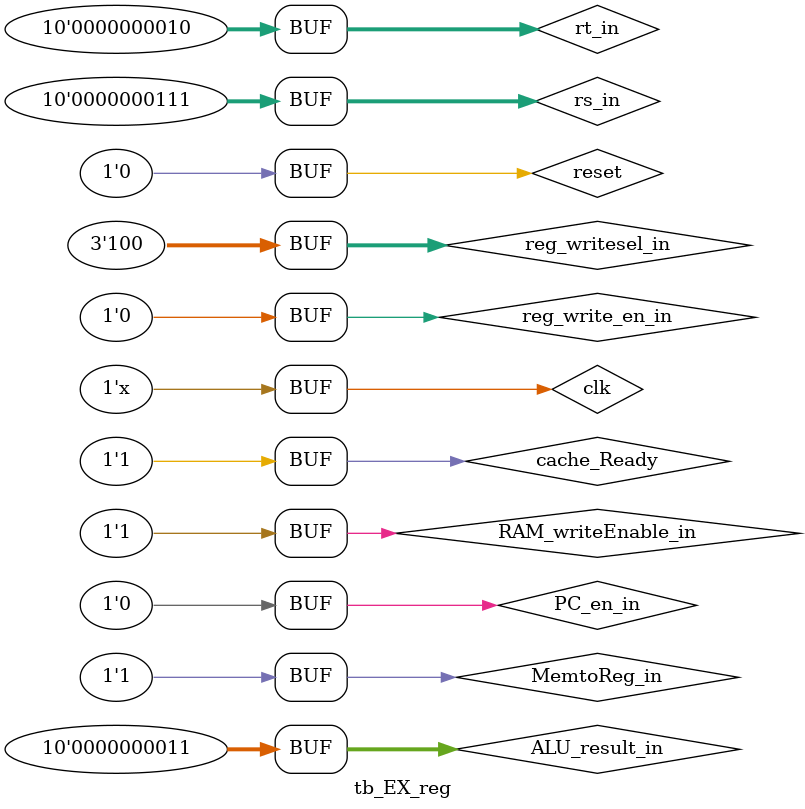
<source format=v>
module EX_reg(
    output reg [9:0] rs_out, rt_out, ALU_result_out,
    
    //Control Unit Outputs 
     output reg [2:0] reg_writesel_out,
     output reg reg_write_en_out, RAM_writeEnable_out, MemtoReg_out, PC_en_out,
     
     //Inputs
     input wire clk, reset, cache_Ready, PC_en_in,
     input wire [9:0] rs_in, rt_in, ALU_result_in,
     
     //Control Unit Inputs 
     input wire [2:0] reg_writesel_in,
     input wire reg_write_en_in, RAM_writeEnable_in, MemtoReg_in
     );

 always @(negedge clk) begin //triggered by clock rising edge
     if (reset == 1'b1) begin
        rs_out <= 10'b0000000000; 
        rt_out <= 10'b0000000000;
        ALU_result_out <= 10'b0000000000; 
        reg_writesel_out <= 3'b0;
        reg_write_en_out <= 1'b0;
        RAM_writeEnable_out <= 1'b0;
        MemtoReg_out <= 1'b0;
        PC_en_out <= 1'b1;
     end
     
     else if(cache_Ready==1'b1) begin
        rs_out <= rs_in; 
        rt_out <= rt_in;
        ALU_result_out <= ALU_result_in; 
        reg_writesel_out <= reg_writesel_in;
        reg_write_en_out <= reg_write_en_in;
        RAM_writeEnable_out <= RAM_writeEnable_in;
        MemtoReg_out <= MemtoReg_in;
        PC_en_out <= PC_en_in;
     end
  end
endmodule

module tb_EX_reg();
      wire [9:0] rs_out, rt_out, ALU_result_out;
      
    //Control Unit Outputs 
      wire [2:0] reg_writesel_out;
      wire reg_write_en_out, RAM_writeEnable_out, MemtoReg_out, PC_en_out;
      
     //Inputs
      reg clk, reset, cache_Ready, PC_en_in;
      reg [9:0] rs_in, rt_in, ALU_result_in;
      
     //Control Unit Inputs 
      reg [2:0] reg_writesel_in;
      reg reg_write_en_in, RAM_writeEnable_in, MemtoReg_in;
    
     EX_reg SUT(.rs_out(rs_out), .rt_out(rt_out), .ALU_result_out(ALU_result_out), .reg_writesel_out(reg_writesel_out),
     .reg_write_en_out(reg_write_en_out), .RAM_writeEnable_out(RAM_writeEnable_out), 
     .MemtoReg_out(MemtoReg_out), .PC_en_out(PC_en_out), .clk(clk), .reset(reset), .cache_Ready(cache_Ready), .PC_en_in(PC_en_out),
     .rs_in(rs_in), .rt_in(rt_in), .ALU_result_in(ALU_result_in), .reg_writesel_in(reg_writesel_in), .reg_write_en_in(reg_write_en_in),
     .RAM_writeEnable_in(RAM_writeEnable_in), .MemtoReg_in(MemtoReg_in)); 
    
     parameter PERIOD = 10;
    
     initial clk = 1'b0; //clock starts on 0
     always #(PERIOD/2) clk = ~clk;
    
     initial begin
         reset = 1'b1;                                               #PERIOD; //test reset
         reset = 1'b0;
         ALU_result_in=10'b0000000001;
         rs_in = 10'b01; rt_in = 10'b1;
         reg_writesel_in = 3'b010;
         reg_write_en_in = 1'b1; RAM_writeEnable_in = 1'b0; 
         MemtoReg_in = 1'b0;
         PC_en_in = 1'b1;
         cache_Ready=1'b0;
         #PERIOD;
         
         cache_Ready=1'b1;
         ALU_result_in=10'b0000000011;
         PC_en_in=1'b0;
         rs_in = 10'b111; rt_in = 10'b10;
         reg_writesel_in = 3'b100;
         reg_write_en_in = 1'b0; RAM_writeEnable_in = 1'b1; 
         MemtoReg_in = 1'b1;
         #PERIOD; 

     end
endmodule
</source>
